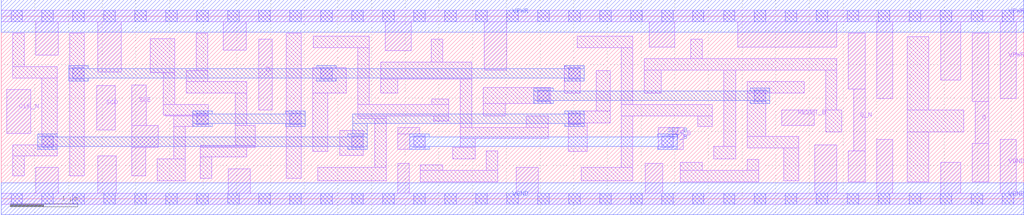
<source format=lef>
# Copyright 2020 The SkyWater PDK Authors
#
# Licensed under the Apache License, Version 2.0 (the "License");
# you may not use this file except in compliance with the License.
# You may obtain a copy of the License at
#
#     https://www.apache.org/licenses/LICENSE-2.0
#
# Unless required by applicable law or agreed to in writing, software
# distributed under the License is distributed on an "AS IS" BASIS,
# WITHOUT WARRANTIES OR CONDITIONS OF ANY KIND, either express or implied.
# See the License for the specific language governing permissions and
# limitations under the License.
#
# SPDX-License-Identifier: Apache-2.0

VERSION 5.7 ;
  NAMESCASESENSITIVE ON ;
  NOWIREEXTENSIONATPIN ON ;
  DIVIDERCHAR "/" ;
  BUSBITCHARS "[]" ;
UNITS
  DATABASE MICRONS 200 ;
END UNITS
MACRO sky130_fd_sc_hd__sdfbbn_2
  CLASS CORE ;
  SOURCE USER ;
  FOREIGN sky130_fd_sc_hd__sdfbbn_2 ;
  ORIGIN  0.000000  0.000000 ;
  SIZE  15.18000 BY  2.720000 ;
  SYMMETRY X Y R90 ;
  SITE unithd ;
  PIN D
    ANTENNAGATEAREA  0.126000 ;
    DIRECTION INPUT ;
    USE SIGNAL ;
    PORT
      LAYER li1 ;
        RECT 3.825000 1.325000 4.025000 2.375000 ;
    END
  END D
  PIN Q
    ANTENNADIFFAREA  0.445500 ;
    DIRECTION OUTPUT ;
    USE SIGNAL ;
    PORT
      LAYER li1 ;
        RECT 14.415000 0.255000 14.665000 0.825000 ;
        RECT 14.415000 1.445000 14.665000 2.465000 ;
        RECT 14.460000 0.825000 14.665000 1.445000 ;
    END
  END Q
  PIN Q_N
    ANTENNADIFFAREA  0.445500 ;
    DIRECTION OUTPUT ;
    USE SIGNAL ;
    PORT
      LAYER li1 ;
        RECT 12.580000 0.255000 12.830000 0.715000 ;
        RECT 12.580000 1.630000 12.830000 2.465000 ;
        RECT 12.660000 0.715000 12.830000 1.630000 ;
    END
  END Q_N
  PIN RESET_B
    ANTENNAGATEAREA  0.159000 ;
    DIRECTION INPUT ;
    USE SIGNAL ;
    PORT
      LAYER li1 ;
        RECT 11.590000 1.095000 12.070000 1.325000 ;
    END
  END RESET_B
  PIN SCD
    ANTENNAGATEAREA  0.159000 ;
    DIRECTION INPUT ;
    USE SIGNAL ;
    PORT
      LAYER li1 ;
        RECT 1.415000 1.025000 1.695000 1.685000 ;
    END
  END SCD
  PIN SCE
    ANTENNAGATEAREA  0.252000 ;
    DIRECTION INPUT ;
    USE SIGNAL ;
    PORT
      LAYER li1 ;
        RECT 1.935000 0.345000 2.145000 0.765000 ;
        RECT 1.935000 0.765000 2.335000 1.095000 ;
        RECT 1.935000 1.095000 2.155000 1.695000 ;
    END
  END SCE
  PIN SET_B
    ANTENNAGATEAREA  0.252000 ;
    DIRECTION INPUT ;
    USE SIGNAL ;
    PORT
      LAYER li1 ;
        RECT 5.885000 0.735000  6.295000 0.965000 ;
        RECT 5.885000 0.965000  6.215000 1.065000 ;
        RECT 9.755000 0.735000 10.130000 1.065000 ;
      LAYER mcon ;
        RECT 6.125000 0.765000 6.295000 0.935000 ;
        RECT 9.805000 0.765000 9.975000 0.935000 ;
      LAYER met1 ;
        RECT 6.065000 0.735000  6.355000 0.780000 ;
        RECT 6.065000 0.780000 10.035000 0.920000 ;
        RECT 6.065000 0.920000  6.355000 0.965000 ;
        RECT 9.745000 0.735000 10.035000 0.780000 ;
        RECT 9.745000 0.920000 10.035000 0.965000 ;
    END
  END SET_B
  PIN CLK_N
    ANTENNAGATEAREA  0.159000 ;
    DIRECTION INPUT ;
    USE CLOCK ;
    PORT
      LAYER li1 ;
        RECT 0.085000 0.975000 0.435000 1.625000 ;
    END
  END CLK_N
  PIN VGND
    DIRECTION INOUT ;
    SHAPE ABUTMENT ;
    USE GROUND ;
    PORT
      LAYER li1 ;
        RECT  0.000000 -0.085000 15.180000 0.085000 ;
        RECT  0.515000  0.085000  0.845000 0.465000 ;
        RECT  1.430000  0.085000  1.705000 0.635000 ;
        RECT  3.370000  0.085000  3.700000 0.445000 ;
        RECT  5.885000  0.085000  6.055000 0.525000 ;
        RECT  7.645000  0.085000  7.975000 0.465000 ;
        RECT  9.560000  0.085000  9.820000 0.525000 ;
        RECT 12.080000  0.085000 12.410000 0.805000 ;
        RECT 13.000000  0.085000 13.235000 0.885000 ;
        RECT 13.950000  0.085000 14.245000 0.545000 ;
        RECT 14.835000  0.085000 15.075000 0.885000 ;
      LAYER mcon ;
        RECT  0.145000 -0.085000  0.315000 0.085000 ;
        RECT  0.605000 -0.085000  0.775000 0.085000 ;
        RECT  1.065000 -0.085000  1.235000 0.085000 ;
        RECT  1.525000 -0.085000  1.695000 0.085000 ;
        RECT  1.985000 -0.085000  2.155000 0.085000 ;
        RECT  2.445000 -0.085000  2.615000 0.085000 ;
        RECT  2.905000 -0.085000  3.075000 0.085000 ;
        RECT  3.365000 -0.085000  3.535000 0.085000 ;
        RECT  3.825000 -0.085000  3.995000 0.085000 ;
        RECT  4.285000 -0.085000  4.455000 0.085000 ;
        RECT  4.745000 -0.085000  4.915000 0.085000 ;
        RECT  5.205000 -0.085000  5.375000 0.085000 ;
        RECT  5.665000 -0.085000  5.835000 0.085000 ;
        RECT  6.125000 -0.085000  6.295000 0.085000 ;
        RECT  6.585000 -0.085000  6.755000 0.085000 ;
        RECT  7.045000 -0.085000  7.215000 0.085000 ;
        RECT  7.505000 -0.085000  7.675000 0.085000 ;
        RECT  7.965000 -0.085000  8.135000 0.085000 ;
        RECT  8.425000 -0.085000  8.595000 0.085000 ;
        RECT  8.885000 -0.085000  9.055000 0.085000 ;
        RECT  9.345000 -0.085000  9.515000 0.085000 ;
        RECT  9.805000 -0.085000  9.975000 0.085000 ;
        RECT 10.265000 -0.085000 10.435000 0.085000 ;
        RECT 10.725000 -0.085000 10.895000 0.085000 ;
        RECT 11.185000 -0.085000 11.355000 0.085000 ;
        RECT 11.645000 -0.085000 11.815000 0.085000 ;
        RECT 12.105000 -0.085000 12.275000 0.085000 ;
        RECT 12.565000 -0.085000 12.735000 0.085000 ;
        RECT 13.025000 -0.085000 13.195000 0.085000 ;
        RECT 13.485000 -0.085000 13.655000 0.085000 ;
        RECT 13.945000 -0.085000 14.115000 0.085000 ;
        RECT 14.405000 -0.085000 14.575000 0.085000 ;
        RECT 14.865000 -0.085000 15.035000 0.085000 ;
      LAYER met1 ;
        RECT 0.000000 -0.240000 15.180000 0.240000 ;
    END
  END VGND
  PIN VPWR
    DIRECTION INOUT ;
    SHAPE ABUTMENT ;
    USE POWER ;
    PORT
      LAYER li1 ;
        RECT  0.000000 2.635000 15.180000 2.805000 ;
        RECT  0.515000 2.135000  0.845000 2.635000 ;
        RECT  1.430000 1.885000  1.785000 2.635000 ;
        RECT  3.295000 2.215000  3.640000 2.635000 ;
        RECT  5.705000 2.205000  6.085000 2.635000 ;
        RECT  7.175000 1.915000  7.505000 2.635000 ;
        RECT  9.620000 2.255000 10.000000 2.635000 ;
        RECT 10.940000 2.255000 12.410000 2.635000 ;
        RECT 13.000000 1.495000 13.235000 2.635000 ;
        RECT 13.950000 1.765000 14.245000 2.635000 ;
        RECT 14.835000 1.495000 15.075000 2.635000 ;
      LAYER mcon ;
        RECT  0.145000 2.635000  0.315000 2.805000 ;
        RECT  0.605000 2.635000  0.775000 2.805000 ;
        RECT  1.065000 2.635000  1.235000 2.805000 ;
        RECT  1.525000 2.635000  1.695000 2.805000 ;
        RECT  1.985000 2.635000  2.155000 2.805000 ;
        RECT  2.445000 2.635000  2.615000 2.805000 ;
        RECT  2.905000 2.635000  3.075000 2.805000 ;
        RECT  3.365000 2.635000  3.535000 2.805000 ;
        RECT  3.825000 2.635000  3.995000 2.805000 ;
        RECT  4.285000 2.635000  4.455000 2.805000 ;
        RECT  4.745000 2.635000  4.915000 2.805000 ;
        RECT  5.205000 2.635000  5.375000 2.805000 ;
        RECT  5.665000 2.635000  5.835000 2.805000 ;
        RECT  6.125000 2.635000  6.295000 2.805000 ;
        RECT  6.585000 2.635000  6.755000 2.805000 ;
        RECT  7.045000 2.635000  7.215000 2.805000 ;
        RECT  7.505000 2.635000  7.675000 2.805000 ;
        RECT  7.965000 2.635000  8.135000 2.805000 ;
        RECT  8.425000 2.635000  8.595000 2.805000 ;
        RECT  8.885000 2.635000  9.055000 2.805000 ;
        RECT  9.345000 2.635000  9.515000 2.805000 ;
        RECT  9.805000 2.635000  9.975000 2.805000 ;
        RECT 10.265000 2.635000 10.435000 2.805000 ;
        RECT 10.725000 2.635000 10.895000 2.805000 ;
        RECT 11.185000 2.635000 11.355000 2.805000 ;
        RECT 11.645000 2.635000 11.815000 2.805000 ;
        RECT 12.105000 2.635000 12.275000 2.805000 ;
        RECT 12.565000 2.635000 12.735000 2.805000 ;
        RECT 13.025000 2.635000 13.195000 2.805000 ;
        RECT 13.485000 2.635000 13.655000 2.805000 ;
        RECT 13.945000 2.635000 14.115000 2.805000 ;
        RECT 14.405000 2.635000 14.575000 2.805000 ;
        RECT 14.865000 2.635000 15.035000 2.805000 ;
      LAYER met1 ;
        RECT 0.000000 2.480000 15.180000 2.960000 ;
    END
  END VPWR
  OBS
    LAYER li1 ;
      RECT  0.170000 0.345000  0.345000 0.635000 ;
      RECT  0.170000 0.635000  0.835000 0.805000 ;
      RECT  0.170000 1.795000  0.835000 1.965000 ;
      RECT  0.170000 1.965000  0.345000 2.465000 ;
      RECT  0.605000 0.805000  0.835000 1.795000 ;
      RECT  1.015000 0.345000  1.235000 2.465000 ;
      RECT  2.215000 1.875000  2.575000 2.385000 ;
      RECT  2.315000 0.265000  2.730000 0.595000 ;
      RECT  2.405000 1.250000  3.075000 1.405000 ;
      RECT  2.405000 1.405000  2.575000 1.875000 ;
      RECT  2.435000 1.235000  3.075000 1.250000 ;
      RECT  2.560000 0.595000  2.730000 1.075000 ;
      RECT  2.560000 1.075000  3.075000 1.235000 ;
      RECT  2.745000 1.575000  3.645000 1.745000 ;
      RECT  2.745000 1.745000  3.065000 1.905000 ;
      RECT  2.895000 1.905000  3.065000 2.465000 ;
      RECT  2.955000 0.305000  3.125000 0.625000 ;
      RECT  2.955000 0.625000  3.645000 0.765000 ;
      RECT  2.955000 0.765000  3.770000 0.795000 ;
      RECT  3.475000 0.795000  3.770000 1.095000 ;
      RECT  3.475000 1.095000  3.645000 1.575000 ;
      RECT  4.230000 0.305000  4.455000 2.465000 ;
      RECT  4.625000 0.705000  4.845000 1.575000 ;
      RECT  4.625000 1.575000  5.125000 1.955000 ;
      RECT  4.635000 2.250000  5.465000 2.420000 ;
      RECT  4.700000 0.265000  5.715000 0.465000 ;
      RECT  5.025000 0.645000  5.375000 1.015000 ;
      RECT  5.295000 1.195000  5.715000 1.235000 ;
      RECT  5.295000 1.235000  6.645000 1.405000 ;
      RECT  5.295000 1.405000  5.465000 2.250000 ;
      RECT  5.545000 0.465000  5.715000 1.195000 ;
      RECT  5.635000 1.575000  5.885000 1.785000 ;
      RECT  5.635000 1.785000  6.985000 2.035000 ;
      RECT  6.225000 0.255000  7.375000 0.425000 ;
      RECT  6.225000 0.425000  6.555000 0.505000 ;
      RECT  6.385000 2.035000  6.555000 2.375000 ;
      RECT  6.395000 1.405000  6.645000 1.485000 ;
      RECT  6.425000 1.155000  6.645000 1.235000 ;
      RECT  6.705000 0.595000  7.035000 0.765000 ;
      RECT  6.815000 0.765000  7.035000 0.895000 ;
      RECT  6.815000 0.895000  8.125000 1.065000 ;
      RECT  6.815000 1.065000  6.985000 1.785000 ;
      RECT  7.155000 1.235000  7.485000 1.415000 ;
      RECT  7.155000 1.415000  8.160000 1.655000 ;
      RECT  7.205000 0.425000  7.375000 0.715000 ;
      RECT  7.795000 1.065000  8.125000 1.235000 ;
      RECT  8.360000 1.575000  8.595000 1.985000 ;
      RECT  8.420000 0.705000  8.705000 1.125000 ;
      RECT  8.420000 1.125000  9.040000 1.305000 ;
      RECT  8.550000 2.250000  9.380000 2.420000 ;
      RECT  8.615000 0.265000  9.380000 0.465000 ;
      RECT  8.835000 1.305000  9.040000 1.905000 ;
      RECT  9.210000 0.465000  9.380000 1.235000 ;
      RECT  9.210000 1.235000 10.560000 1.405000 ;
      RECT  9.210000 1.405000  9.380000 2.250000 ;
      RECT  9.550000 1.575000  9.800000 1.915000 ;
      RECT  9.550000 1.915000 12.410000 2.085000 ;
      RECT 10.080000 0.255000 11.250000 0.425000 ;
      RECT 10.080000 0.425000 10.410000 0.545000 ;
      RECT 10.240000 2.085000 10.410000 2.375000 ;
      RECT 10.340000 1.075000 10.560000 1.235000 ;
      RECT 10.580000 0.595000 10.910000 0.780000 ;
      RECT 10.730000 0.780000 10.910000 1.915000 ;
      RECT 11.080000 0.425000 11.250000 0.585000 ;
      RECT 11.080000 0.755000 11.845000 0.925000 ;
      RECT 11.080000 0.925000 11.355000 1.575000 ;
      RECT 11.080000 1.575000 11.925000 1.745000 ;
      RECT 11.620000 0.265000 11.845000 0.755000 ;
      RECT 12.240000 0.995000 12.480000 1.325000 ;
      RECT 12.240000 1.325000 12.410000 1.915000 ;
      RECT 13.455000 0.255000 13.770000 0.995000 ;
      RECT 13.455000 0.995000 14.290000 1.325000 ;
      RECT 13.455000 1.325000 13.770000 2.415000 ;
    LAYER mcon ;
      RECT  0.605000 0.765000  0.775000 0.935000 ;
      RECT  1.065000 1.785000  1.235000 1.955000 ;
      RECT  2.905000 1.105000  3.075000 1.275000 ;
      RECT  4.285000 1.105000  4.455000 1.275000 ;
      RECT  4.745000 1.785000  4.915000 1.955000 ;
      RECT  5.205000 0.765000  5.375000 0.935000 ;
      RECT  7.965000 1.445000  8.135000 1.615000 ;
      RECT  8.425000 1.105000  8.595000 1.275000 ;
      RECT  8.425000 1.785000  8.595000 1.955000 ;
      RECT 11.185000 1.445000 11.355000 1.615000 ;
    LAYER met1 ;
      RECT  0.545000 0.735000  0.835000 0.780000 ;
      RECT  0.545000 0.780000  5.435000 0.920000 ;
      RECT  0.545000 0.920000  0.835000 0.965000 ;
      RECT  1.005000 1.755000  1.295000 1.800000 ;
      RECT  1.005000 1.800000  8.655000 1.940000 ;
      RECT  1.005000 1.940000  1.295000 1.985000 ;
      RECT  2.845000 1.075000  3.135000 1.120000 ;
      RECT  2.845000 1.120000  4.515000 1.260000 ;
      RECT  2.845000 1.260000  3.135000 1.305000 ;
      RECT  4.225000 1.075000  4.515000 1.120000 ;
      RECT  4.225000 1.260000  4.515000 1.305000 ;
      RECT  4.685000 1.755000  4.975000 1.800000 ;
      RECT  4.685000 1.940000  4.975000 1.985000 ;
      RECT  5.145000 0.735000  5.435000 0.780000 ;
      RECT  5.145000 0.920000  5.435000 0.965000 ;
      RECT  5.220000 0.965000  5.435000 1.120000 ;
      RECT  5.220000 1.120000  8.655000 1.260000 ;
      RECT  7.905000 1.415000  8.195000 1.460000 ;
      RECT  7.905000 1.460000 11.415000 1.600000 ;
      RECT  7.905000 1.600000  8.195000 1.645000 ;
      RECT  8.365000 1.075000  8.655000 1.120000 ;
      RECT  8.365000 1.260000  8.655000 1.305000 ;
      RECT  8.365000 1.755000  8.655000 1.800000 ;
      RECT  8.365000 1.940000  8.655000 1.985000 ;
      RECT 11.125000 1.415000 11.415000 1.460000 ;
      RECT 11.125000 1.600000 11.415000 1.645000 ;
  END
END sky130_fd_sc_hd__sdfbbn_2
END LIBRARY

</source>
